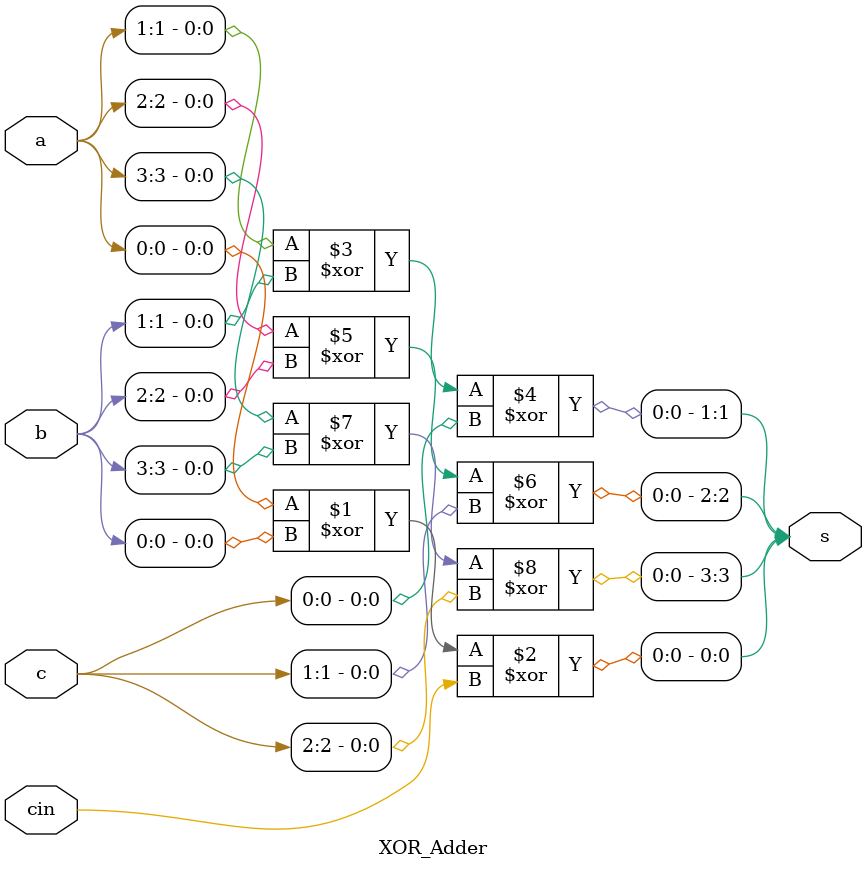
<source format=v>
module XOR_Adder(a, b, c, cin, s);
	input [3:0] a, b;
	input [2:0] c;
	input cin;
	output [3:0] s;

	wire [3:0] s;

	assign s[0] = a[0]^b[0]^cin;
	assign s[1] = a[1]^b[1]^c[0];
	assign s[2] = a[2]^b[2]^c[1];
	assign s[3] = a[3]^b[3]^c[2];

endmodule
</source>
